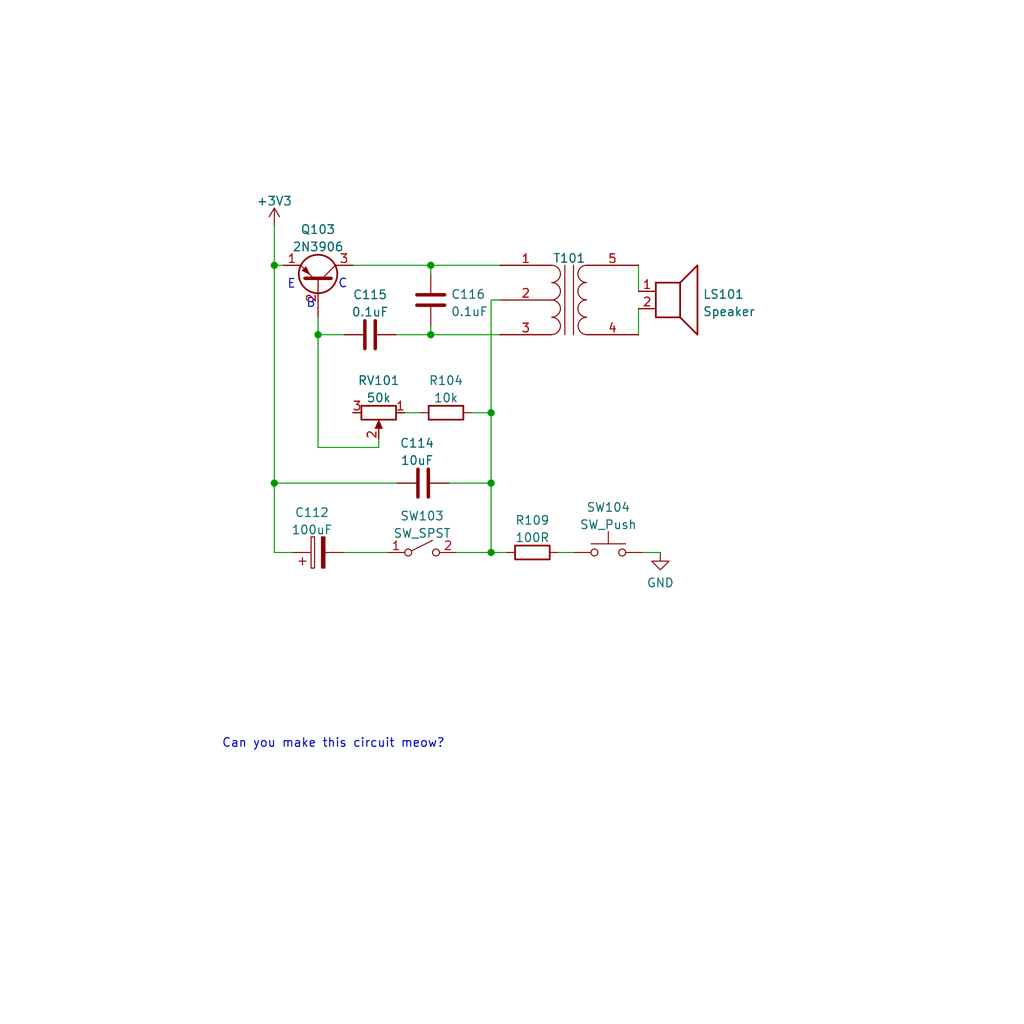
<source format=kicad_sch>
(kicad_sch (version 20211123) (generator eeschema)
  (paper "User" 150.012 150.012)
  (lib_symbols
    (symbol "Device:C" (pin_numbers hide) (pin_names (offset 0.254))
      (property "Reference" "C" (at 0.635 2.54 0))
      (property "Value" "C" (at 0.635 -2.54 0))
      (symbol "C_0_1"
        (polyline (pts (xy -2.032 -0.762) (xy 2.032 -0.762)) (stroke (width 0.508)))
        (polyline (pts (xy -2.032 0.762) (xy 2.032 0.762)) (stroke (width 0.508)))
      )
      (symbol "C_1_1"
        (pin passive line (at 0 3.81 270) (length 2.794) (name "~") (number "1"))
        (pin passive line (at 0 -3.81 90) (length 2.794) (name "~") (number "2"))
      )
    )
    (symbol "Device:C_Polarized" (pin_numbers hide) (pin_names (offset 0.254))
      (property "Reference" "C" (at 0.635 2.54 0))
      (property "Value" "C_Polarized" (at 0.635 -2.54 0))
      (symbol "C_Polarized_0_1"
        (rectangle (start -2.286 0.508) (end 2.286 1.016))
        (polyline (pts (xy -1.778 2.286) (xy -0.762 2.286)))
        (polyline (pts (xy -1.27 2.794) (xy -1.27 1.778)))
        (rectangle (start 2.286 -0.508) (end -2.286 -1.016) (fill (type outline)))
      )
      (symbol "C_Polarized_1_1"
        (pin passive line (at 0 3.81 270) (length 2.794) (name "~") (number "1"))
        (pin passive line (at 0 -3.81 90) (length 2.794) (name "~") (number "2"))
      )
    )
    (symbol "Device:R" (pin_numbers hide) (pin_names (offset 0))
      (property "Reference" "R" (at 2.032 0 90))
      (property "Value" "R" (at 0 0 90))
      (symbol "R_0_1"
        (rectangle (start -1.016 -2.54) (end 1.016 2.54) (stroke (width 0.254)))
      )
      (symbol "R_1_1"
        (pin passive line (at 0 3.81 270) (length 1.27) (name "~") (number "1"))
        (pin passive line (at 0 -3.81 90) (length 1.27) (name "~") (number "2"))
      )
    )
    (symbol "Device:R_Potentiometer" (pin_names (offset 1.016) hide)
      (property "Reference" "RV" (at -4.445 0 90))
      (property "Value" "R_Potentiometer" (at -2.54 0 90))
      (symbol "R_Potentiometer_0_1"
        (polyline (pts (xy 2.54 0) (xy 1.524 0)))
        (polyline (pts (xy 1.143 0) (xy 2.286 0.508) (xy 2.286 -0.508) (xy 1.143 0)) (fill (type outline)))
        (rectangle (start 1.016 2.54) (end -1.016 -2.54) (stroke (width 0.254)))
      )
      (symbol "R_Potentiometer_1_1"
        (pin passive line (at 0 3.81 270) (length 1.27) (name "1") (number "1"))
        (pin passive line (at 3.81 0 180) (length 1.27) (name "2") (number "2"))
        (pin passive line (at 0 -3.81 90) (length 1.27) (name "3") (number "3"))
      )
    )
    (symbol "Device:Speaker" (pin_names (offset 0) hide)
      (property "Reference" "LS" (at 1.27 5.715 0))
      (property "Value" "Speaker" (at 1.27 3.81 0))
      (symbol "Speaker_0_0"
        (rectangle (start -2.54 1.27) (end 1.016 -3.81) (stroke (width 0.254)))
        (polyline (pts (xy 1.016 1.27) (xy 3.556 3.81) (xy 3.556 -6.35) (xy 1.016 -3.81)) (stroke (width 0.254)))
      )
      (symbol "Speaker_1_1"
        (pin input line (at -5.08 0 0) (length 2.54) (name "1") (number "1"))
        (pin input line (at -5.08 -2.54 0) (length 2.54) (name "2") (number "2"))
      )
    )
    (symbol "Device:Transformer_SP_1S" (pin_names (offset 1.016) hide)
      (property "Reference" "T" (at 0 6.35 0))
      (property "Value" "Transformer_SP_1S" (at 0 -7.62 0))
      (symbol "Transformer_SP_1S_0_1"
        (arc (start -2.54 -5.0546) (mid -1.6599 -4.6901) (end -1.27 -3.81))
        (arc (start -2.54 -2.5146) (mid -1.6599 -2.1501) (end -1.27 -1.27))
        (arc (start -2.54 0.0254) (mid -1.6599 0.3899) (end -1.27 1.27))
        (arc (start -2.54 2.5654) (mid -1.6599 2.9299) (end -1.27 3.81))
        (arc (start -1.27 -3.81) (mid -1.642 -2.912) (end -2.54 -2.54))
        (arc (start -1.27 -1.27) (mid -1.642 -0.372) (end -2.54 0))
        (arc (start -1.27 1.27) (mid -1.642 2.168) (end -2.54 2.54))
        (arc (start -1.27 3.81) (mid -1.642 4.708) (end -2.54 5.08))
        (polyline (pts (xy -0.635 5.08) (xy -0.635 -5.08)))
        (polyline (pts (xy 0.635 -5.08) (xy 0.635 5.08)))
        (arc (start 1.2954 -1.27) (mid 1.6599 -2.1501) (end 2.54 -2.5146))
        (arc (start 1.2954 1.27) (mid 1.6599 0.3899) (end 2.54 0.0254))
        (arc (start 1.2954 3.81) (mid 1.6599 2.9299) (end 2.54 2.5654))
        (arc (start 1.3208 -3.81) (mid 1.6853 -4.6901) (end 2.5654 -5.0546))
        (arc (start 2.54 0) (mid 1.642 -0.372) (end 1.2954 -1.27))
        (arc (start 2.54 2.54) (mid 1.642 2.168) (end 1.2954 1.27))
        (arc (start 2.54 5.08) (mid 1.642 4.708) (end 1.2954 3.81))
        (arc (start 2.5654 -2.54) (mid 1.6674 -2.912) (end 1.3208 -3.81))
      )
      (symbol "Transformer_SP_1S_1_1"
        (pin passive line (at -10.16 5.08 0) (length 7.62) (name "PR1") (number "1"))
        (pin passive line (at -10.16 0 0) (length 7.62) (name "PM") (number "2"))
        (pin passive line (at -10.16 -5.08 0) (length 7.62) (name "PR2") (number "3"))
        (pin passive line (at 10.16 -5.08 180) (length 7.62) (name "S1") (number "4"))
        (pin passive line (at 10.16 5.08 180) (length 7.62) (name "S2") (number "5"))
      )
    )
    (symbol "Switch:SW_Push" (pin_numbers hide) (pin_names (offset 1.016) hide)
      (property "Reference" "SW" (at 1.27 2.54 0))
      (property "Value" "SW_Push" (at 0 -1.524 0))
      (symbol "SW_Push_0_1"
        (circle (center -2.032 0) (radius 0.508))
        (polyline (pts (xy 0 1.27) (xy 0 3.048)))
        (polyline (pts (xy 2.54 1.27) (xy -2.54 1.27)))
        (circle (center 2.032 0) (radius 0.508))
        (pin passive line (at -5.08 0 0) (length 2.54) (name "1") (number "1"))
        (pin passive line (at 5.08 0 180) (length 2.54) (name "2") (number "2"))
      )
    )
    (symbol "Switch:SW_SPST" (pin_names (offset 0) hide)
      (property "Reference" "SW" (at 0 3.175 0))
      (property "Value" "SW_SPST" (at 0 -2.54 0))
      (symbol "SW_SPST_0_0"
        (circle (center -2.032 0) (radius 0.508))
        (polyline (pts (xy -1.524 0.254) (xy 1.524 1.778)))
        (circle (center 2.032 0) (radius 0.508))
      )
      (symbol "SW_SPST_1_1"
        (pin passive line (at -5.08 0 0) (length 2.54) (name "A") (number "1"))
        (pin passive line (at 5.08 0 180) (length 2.54) (name "B") (number "2"))
      )
    )
    (symbol "Transistor_BJT:2N3906" (pin_names (offset 0) hide)
      (property "Reference" "Q" (at 5.08 1.905 0))
      (property "Value" "2N3906" (at 5.08 0 0))
      (symbol "2N3906_0_1"
        (polyline (pts (xy 0.635 0.635) (xy 2.54 2.54)))
        (polyline (pts (xy 0.635 -0.635) (xy 2.54 -2.54) (xy 2.54 -2.54)))
        (polyline (pts (xy 0.635 1.905) (xy 0.635 -1.905) (xy 0.635 -1.905)) (stroke (width 0.508)))
        (polyline (pts (xy 2.286 -1.778) (xy 1.778 -2.286) (xy 1.27 -1.27) (xy 2.286 -1.778) (xy 2.286 -1.778)) (fill (type outline)))
        (circle (center 1.27 0) (radius 2.8194) (stroke (width 0.254)))
      )
      (symbol "2N3906_1_1"
        (pin passive line (at 2.54 -5.08 90) (length 2.54) (name "E") (number "1"))
        (pin input line (at -5.08 0 0) (length 5.715) (name "B") (number "2"))
        (pin passive line (at 2.54 5.08 270) (length 2.54) (name "C") (number "3"))
      )
    )
    (symbol "power:+3V3" (power) (pin_names (offset 0))
      (property "Value" "+3V3" (at 0 3.556 0))
      (symbol "+3V3_0_1"
        (polyline (pts (xy -0.762 1.27) (xy 0 2.54)))
        (polyline (pts (xy 0 0) (xy 0 2.54)))
        (polyline (pts (xy 0 2.54) (xy 0.762 1.27)))
      )
      (symbol "+3V3_1_1"
        (pin power_in line (at 0 0 90) (length 0) hide (name "+3V3") (number "1"))
      )
    )
    (symbol "power:GND" (power) (pin_names (offset 0))
      (property "Value" "GND" (at 0 -3.81 0))
      (symbol "GND_0_1"
        (polyline (pts (xy 0 0) (xy 0 -1.27) (xy 1.27 -1.27) (xy 0 -2.54) (xy -1.27 -1.27) (xy 0 -1.27)))
      )
      (symbol "GND_1_1"
        (pin power_in line (at 0 0 270) (length 0) hide (name "GND") (number "1"))
      )
    )
  )
  (junction (at 46.5836 49.022))
  (junction (at 40.1828 70.7644))
  (junction (at 63.0936 38.862))
  (junction (at 40.1828 38.862))
  (junction (at 71.9328 80.9244))
  (junction (at 71.9328 70.7644))
  (junction (at 63.0936 49.022))
  (junction (at 71.9328 60.452))
  (wire (pts (xy 63.0936 38.862) (xy 73.2028 38.862)))
  (wire (pts (xy 55.4736 65.532) (xy 46.5836 65.532)))
  (wire (pts (xy 63.0936 47.752) (xy 63.0936 49.022)))
  (wire (pts (xy 71.9328 80.9244) (xy 74.168 80.9244)))
  (wire (pts (xy 93.5228 45.212) (xy 93.5228 49.022)))
  (wire (pts (xy 65.786 70.7644) (xy 71.9328 70.7644)))
  (wire (pts (xy 55.4736 64.262) (xy 55.4736 65.532)))
  (wire (pts (xy 63.0936 38.862) (xy 63.0936 40.132)))
  (wire (pts (xy 81.788 80.9244) (xy 84.0232 80.9244)))
  (wire (pts (xy 50.3936 80.9244) (xy 56.7436 80.9244)))
  (wire (pts (xy 42.7736 80.9244) (xy 40.1828 80.9244)))
  (wire (pts (xy 73.2028 43.942) (xy 71.9328 43.942)))
  (wire (pts (xy 40.1828 70.7644) (xy 40.1828 38.862)))
  (wire (pts (xy 58.0136 49.022) (xy 63.0936 49.022)))
  (wire (pts (xy 40.1828 33.02) (xy 40.1828 38.862)))
  (wire (pts (xy 63.0936 49.022) (xy 73.2028 49.022)))
  (wire (pts (xy 71.9328 80.9244) (xy 71.9328 70.7644)))
  (wire (pts (xy 58.166 70.7644) (xy 40.1828 70.7644)))
  (wire (pts (xy 51.6636 38.862) (xy 63.0936 38.862)))
  (wire (pts (xy 46.5836 46.482) (xy 46.5836 49.022)))
  (wire (pts (xy 40.1828 80.9244) (xy 40.1828 70.7644)))
  (wire (pts (xy 71.9328 43.942) (xy 71.9328 60.452)))
  (wire (pts (xy 46.5836 49.022) (xy 50.3936 49.022)))
  (wire (pts (xy 93.5228 38.862) (xy 93.5228 42.672)))
  (wire (pts (xy 46.5836 65.532) (xy 46.5836 49.022)))
  (wire (pts (xy 94.1832 80.9244) (xy 96.7232 80.9244)))
  (wire (pts (xy 66.9036 80.9244) (xy 71.9328 80.9244)))
  (wire (pts (xy 40.1828 38.862) (xy 41.5036 38.862)))
  (wire (pts (xy 71.9328 60.452) (xy 71.9328 70.7644)))
  (wire (pts (xy 69.1388 60.452) (xy 71.9328 60.452)))
  (wire (pts (xy 59.2836 60.452) (xy 61.5188 60.452)))
  (text "E" (at 43.3832 42.4688 180) (effects (font (size 1.27 1.27)) (justify right bottom)))
  (text "B" (at 46.2788 45.2628 180) (effects (font (size 1.27 1.27)) (justify right bottom)))
  (text "Can you make this circuit meow?" (at 32.4612 109.728 0) (effects (font (size 1.27 1.27)) (justify left bottom)))
  (text "C" (at 50.9524 42.418 180) (effects (font (size 1.27 1.27)) (justify right bottom)))
  (symbol (lib_id "power:+3V3") (at 40.1828 33.02 0) (unit 1)
    (property "Reference" "#PWR?" (effects hide))
    (property "Value" "+3V3" (at 40.1828 29.4442 0))
  )
  (symbol (lib_id "Device:R") (at 77.978 80.9244 90) (unit 1)
    (property "Reference" "R109" (at 77.978 76.2086 90))
    (property "Value" "100R" (at 77.978 78.7455 90))
  )
  (symbol (lib_id "Switch:SW_SPST") (at 61.8236 80.9244 0) (unit 1)
    (property "Reference" "SW103" (at 61.8236 75.5736 0))
    (property "Value" "SW_SPST" (at 61.8236 78.1105 0))
  )
  (symbol (lib_id "power:GND") (at 96.7232 80.9244 0) (unit 1)
    (property "Reference" "#PWR012" (effects hide))
    (property "Value" "GND" (at 96.7232 85.3678 0))
  )
  (symbol (lib_id "Device:Speaker") (at 98.6028 42.672 0) (unit 1)
    (property "Reference" "LS101" (at 102.9208 43.1073 0) (effects (justify left)))
    (property "Value" "Speaker" (at 102.9208 45.6442 0) (effects (justify left)))
  )
  (symbol (lib_id "Device:C_Polarized") (at 46.5836 80.9244 90) (unit 1)
    (property "Reference" "C112" (at 45.6946 75.0656 90))
    (property "Value" "100uF" (at 45.6946 77.6025 90))
  )
  (symbol (lib_id "Device:C") (at 61.976 70.7644 90) (unit 1)
    (property "Reference" "C114" (at 61.087 64.9056 90))
    (property "Value" "10uF" (at 61.087 67.4425 90))
  )
  (symbol (lib_id "Device:C") (at 54.2036 49.022 270) (unit 1)
    (property "Reference" "C115" (at 54.2036 43.1632 90))
    (property "Value" "0.1uF" (at 54.2036 45.7001 90))
  )
  (symbol (lib_id "Device:R_Potentiometer") (at 55.4736 60.452 270) (unit 1)
    (property "Reference" "RV101" (at 55.4736 55.7362 90))
    (property "Value" "50k" (at 55.4736 58.2731 90))
  )
  (symbol (lib_id "Device:Transformer_SP_1S") (at 83.3628 43.942 0) (unit 1)
    (property "Reference" "T101" (at 83.3755 37.826 0))
    (property "Value" "Transformer_SP_1S" (effects hide))
  )
  (symbol (lib_id "Device:R") (at 65.3288 60.452 90) (unit 1)
    (property "Reference" "R104" (at 65.3288 55.7362 90))
    (property "Value" "10k" (at 65.3288 58.2731 90))
  )
  (symbol (lib_id "Switch:SW_Push") (at 89.1032 80.9244 0) (unit 1)
    (property "Reference" "SW104" (at 89.1032 74.3036 0))
    (property "Value" "SW_Push" (at 89.1032 76.8405 0))
  )
  (symbol (lib_id "Transistor_BJT:2N3906") (at 46.5836 41.402 270) (mirror x) (unit 1)
    (property "Reference" "Q103" (at 46.5836 33.6128 90))
    (property "Value" "2N3906" (at 46.5836 36.1497 90))
    (property "Footprint" "Package_TO_SOT_THT:TO-92_Inline" (effects hide))
    (property "Datasheet" "https://www.onsemi.com/pub/Collateral/2N3906-D.PDF" (effects hide))
  )
  (symbol (lib_id "Device:C") (at 63.0936 43.942 0) (unit 1)
    (property "Reference" "C116" (at 66.0146 43.1073 0) (effects (justify left)))
    (property "Value" "0.1uF" (at 66.0146 45.6442 0) (effects (justify left)))
  )
)
</source>
